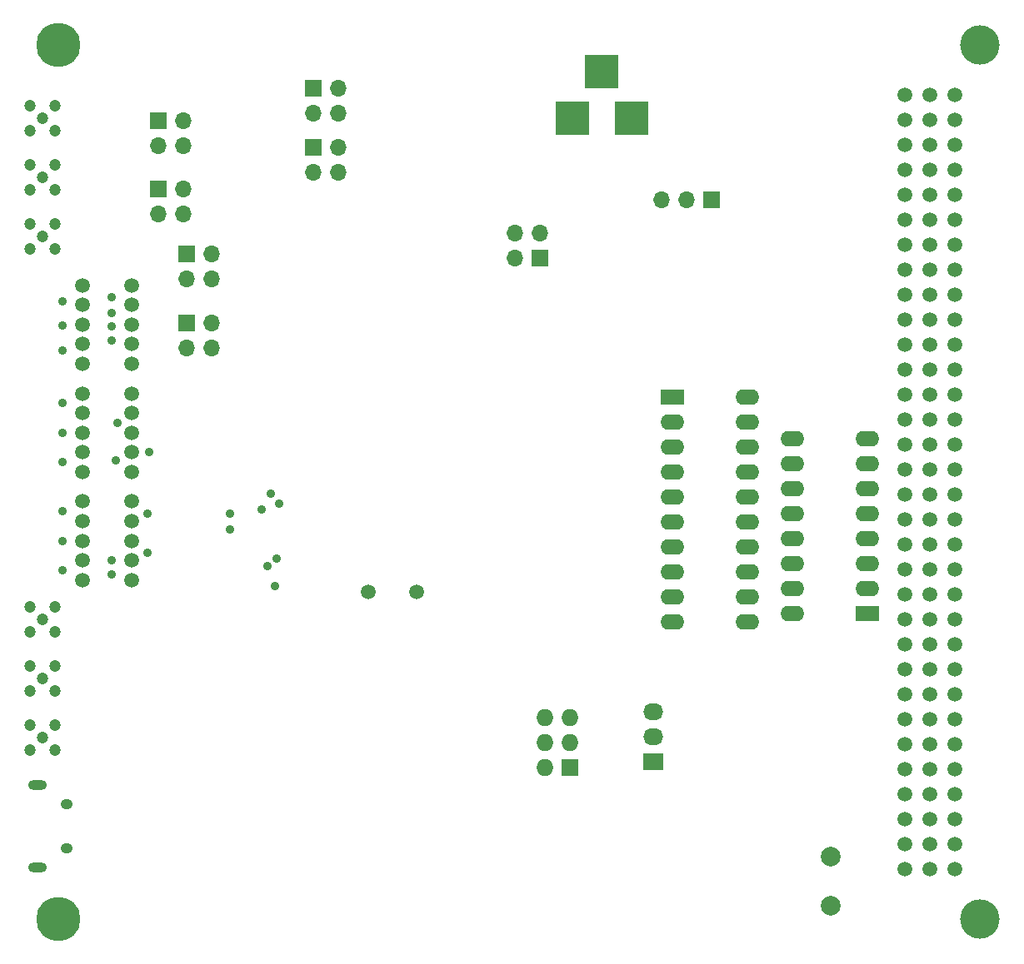
<source format=gbs>
G04 #@! TF.FileFunction,Soldermask,Bot*
%FSLAX46Y46*%
G04 Gerber Fmt 4.6, Leading zero omitted, Abs format (unit mm)*
G04 Created by KiCad (PCBNEW 4.0.4-stable) date 02/10/17 16:54:18*
%MOMM*%
%LPD*%
G01*
G04 APERTURE LIST*
%ADD10C,0.150000*%
%ADD11C,0.889000*%
%ADD12R,1.700000X1.700000*%
%ADD13O,1.700000X1.700000*%
%ADD14R,1.727200X1.727200*%
%ADD15O,1.727200X1.727200*%
%ADD16O,1.900000X1.000000*%
%ADD17O,1.250000X1.050000*%
%ADD18R,2.032000X1.727200*%
%ADD19O,2.032000X1.727200*%
%ADD20C,1.998980*%
%ADD21C,1.501140*%
%ADD22C,4.000000*%
%ADD23C,4.500000*%
%ADD24R,3.500000X3.500000*%
%ADD25C,1.500000*%
%ADD26R,2.400000X1.600000*%
%ADD27O,2.400000X1.600000*%
%ADD28C,1.200000*%
G04 APERTURE END LIST*
D10*
D11*
X169000000Y-66600000D03*
X169000000Y-69100000D03*
X169000000Y-71600000D03*
X169000000Y-77000000D03*
X169000000Y-80000000D03*
X169000000Y-83000000D03*
X169000000Y-94000000D03*
X169000000Y-91000000D03*
X169000000Y-88000000D03*
X174000000Y-94400000D03*
X174000000Y-93000000D03*
X177600000Y-92200000D03*
X177600000Y-88200000D03*
X177800000Y-82000000D03*
X174600000Y-79000000D03*
X174400000Y-82800000D03*
X174000000Y-66200000D03*
X174000000Y-67800000D03*
X174000000Y-69200000D03*
X174000000Y-70600000D03*
X190600000Y-95600000D03*
X190800000Y-92800000D03*
X189800000Y-93600000D03*
X190200000Y-86200000D03*
X191000000Y-87200000D03*
X189200000Y-87800000D03*
X186000000Y-89800000D03*
D12*
X178750000Y-55250000D03*
D13*
X181290000Y-55250000D03*
X178750000Y-57790000D03*
X181290000Y-57790000D03*
D14*
X220540000Y-114040000D03*
D15*
X218000000Y-114040000D03*
X220540000Y-111500000D03*
X218000000Y-111500000D03*
X220540000Y-108960000D03*
X218000000Y-108960000D03*
D16*
X166450000Y-115825000D03*
X166450000Y-124175000D03*
D17*
X169450000Y-117775000D03*
X169450000Y-122225000D03*
D18*
X229000000Y-113500000D03*
D19*
X229000000Y-110960000D03*
X229000000Y-108420000D03*
D20*
X247100000Y-123100640D03*
X247100000Y-128101900D03*
D21*
X259700000Y-45630000D03*
X259700000Y-48170000D03*
X259700000Y-53250000D03*
X259700000Y-50710000D03*
X259700000Y-55790000D03*
X259700000Y-58330000D03*
X259700000Y-60870000D03*
X259700000Y-63410000D03*
X259700000Y-65950000D03*
X259700000Y-68490000D03*
X259700000Y-71030000D03*
X259700000Y-73570000D03*
X259700000Y-76110000D03*
X259700000Y-78650000D03*
X259700000Y-81190000D03*
X259700000Y-83730000D03*
X259700000Y-86270000D03*
X259700000Y-88810000D03*
X259700000Y-91350000D03*
X259700000Y-93890000D03*
X259700000Y-96430000D03*
X259700000Y-98970000D03*
X259700000Y-101510000D03*
X259700000Y-104050000D03*
X259700000Y-106590000D03*
X259700000Y-109130000D03*
X259700000Y-111670000D03*
X259700000Y-114210000D03*
X259700000Y-116750000D03*
X259700000Y-119290000D03*
X259700000Y-121830000D03*
X259700000Y-124370000D03*
X257160000Y-124370000D03*
X257160000Y-121830000D03*
X257160000Y-119290000D03*
X257160000Y-116750000D03*
X257160000Y-114210000D03*
X257160000Y-111670000D03*
X257160000Y-109130000D03*
X257160000Y-106590000D03*
X257160000Y-104050000D03*
X257160000Y-101510000D03*
X257160000Y-98970000D03*
X257160000Y-96430000D03*
X257160000Y-93890000D03*
X257160000Y-91350000D03*
X257160000Y-88810000D03*
X257160000Y-86270000D03*
X257160000Y-83730000D03*
X257160000Y-81190000D03*
X257160000Y-78650000D03*
X257160000Y-76110000D03*
X257160000Y-73570000D03*
X257160000Y-71030000D03*
X257160000Y-68490000D03*
X257160000Y-65950000D03*
X257160000Y-63410000D03*
X257160000Y-60870000D03*
X257160000Y-58330000D03*
X257160000Y-55790000D03*
X257160000Y-50710000D03*
X257160000Y-53250000D03*
X257160000Y-48170000D03*
X257160000Y-45630000D03*
X254620000Y-45630000D03*
X254620000Y-48170000D03*
X254620000Y-53250000D03*
X254620000Y-50710000D03*
X254620000Y-55790000D03*
X254620000Y-58330000D03*
X254620000Y-60870000D03*
X254620000Y-63410000D03*
X254620000Y-65950000D03*
X254620000Y-68490000D03*
X254620000Y-71030000D03*
X254620000Y-73570000D03*
X254620000Y-76110000D03*
X254620000Y-78650000D03*
X254620000Y-81190000D03*
X254620000Y-83730000D03*
X254620000Y-86270000D03*
X254620000Y-88810000D03*
X254620000Y-91350000D03*
X254620000Y-93890000D03*
X254620000Y-96430000D03*
X254620000Y-98970000D03*
X254620000Y-101510000D03*
X254620000Y-104050000D03*
X254620000Y-106590000D03*
X254620000Y-109130000D03*
X254620000Y-111670000D03*
X254620000Y-114210000D03*
X254620000Y-116750000D03*
X254620000Y-119290000D03*
X254620000Y-121830000D03*
X254620000Y-124370000D03*
D22*
X262240000Y-129450000D03*
X262240000Y-40550000D03*
D23*
X168570000Y-129450000D03*
X168570000Y-40550000D03*
D24*
X220800000Y-48000000D03*
X226800000Y-48000000D03*
X223800000Y-43300000D03*
D12*
X181600000Y-61800000D03*
D13*
X184140000Y-61800000D03*
X181600000Y-64340000D03*
X184140000Y-64340000D03*
D12*
X181600000Y-68800000D03*
D13*
X184140000Y-68800000D03*
X181600000Y-71340000D03*
X184140000Y-71340000D03*
D12*
X194500000Y-45000000D03*
D13*
X197040000Y-45000000D03*
X194500000Y-47540000D03*
X197040000Y-47540000D03*
D12*
X194500000Y-51000000D03*
D13*
X197040000Y-51000000D03*
X194500000Y-53540000D03*
X197040000Y-53540000D03*
D12*
X178750000Y-48250000D03*
D13*
X181290000Y-48250000D03*
X178750000Y-50790000D03*
X181290000Y-50790000D03*
D12*
X234980000Y-56300000D03*
D13*
X232440000Y-56300000D03*
X229900000Y-56300000D03*
D25*
X176000000Y-95000000D03*
X171000000Y-95000000D03*
X176000000Y-93000000D03*
X171000000Y-93000000D03*
X176000000Y-91000000D03*
X171000000Y-91000000D03*
X176000000Y-89000000D03*
X171000000Y-89000000D03*
X176000000Y-87000000D03*
X171000000Y-87000000D03*
X176000000Y-84000000D03*
X171000000Y-84000000D03*
X176000000Y-82000000D03*
X171000000Y-82000000D03*
X176000000Y-80000000D03*
X171000000Y-80000000D03*
X176000000Y-78000000D03*
X171000000Y-78000000D03*
X176000000Y-76000000D03*
X171000000Y-76000000D03*
X176000000Y-73000000D03*
X171000000Y-73000000D03*
X176000000Y-71000000D03*
X171000000Y-71000000D03*
X176000000Y-69000000D03*
X171000000Y-69000000D03*
X176000000Y-67000000D03*
X171000000Y-67000000D03*
X176000000Y-65000000D03*
X171000000Y-65000000D03*
D26*
X231000000Y-76375000D03*
D27*
X238620000Y-99235000D03*
X231000000Y-78915000D03*
X238620000Y-96695000D03*
X231000000Y-81455000D03*
X238620000Y-94155000D03*
X231000000Y-83995000D03*
X238620000Y-91615000D03*
X231000000Y-86535000D03*
X238620000Y-89075000D03*
X231000000Y-89075000D03*
X238620000Y-86535000D03*
X231000000Y-91615000D03*
X238620000Y-83995000D03*
X231000000Y-94155000D03*
X238620000Y-81455000D03*
X231000000Y-96695000D03*
X238620000Y-78915000D03*
X231000000Y-99235000D03*
X238620000Y-76375000D03*
D26*
X250825000Y-98400000D03*
D27*
X243205000Y-80620000D03*
X250825000Y-95860000D03*
X243205000Y-83160000D03*
X250825000Y-93320000D03*
X243205000Y-85700000D03*
X250825000Y-90780000D03*
X243205000Y-88240000D03*
X250825000Y-88240000D03*
X243205000Y-90780000D03*
X250825000Y-85700000D03*
X243205000Y-93320000D03*
X250825000Y-83160000D03*
X243205000Y-95860000D03*
X250825000Y-80620000D03*
X243205000Y-98400000D03*
D25*
X204975000Y-96200000D03*
X200095000Y-96200000D03*
D12*
X217500000Y-62250000D03*
D13*
X214960000Y-62250000D03*
X217500000Y-59710000D03*
X214960000Y-59710000D03*
D28*
X165730000Y-112270000D03*
X167000000Y-111000000D03*
X165730000Y-109730000D03*
X168270000Y-112270000D03*
X168270000Y-109730000D03*
X165730000Y-106270000D03*
X167000000Y-105000000D03*
X165730000Y-103730000D03*
X168270000Y-106270000D03*
X168270000Y-103730000D03*
X165730000Y-55270000D03*
X167000000Y-54000000D03*
X165730000Y-52730000D03*
X168270000Y-55270000D03*
X168270000Y-52730000D03*
X165730000Y-49270000D03*
X167000000Y-48000000D03*
X165730000Y-46730000D03*
X168270000Y-49270000D03*
X168270000Y-46730000D03*
X165730000Y-61270000D03*
X167000000Y-60000000D03*
X165730000Y-58730000D03*
X168270000Y-61270000D03*
X168270000Y-58730000D03*
X165730000Y-100270000D03*
X167000000Y-99000000D03*
X165730000Y-97730000D03*
X168270000Y-100270000D03*
X168270000Y-97730000D03*
D11*
X186000000Y-88200000D03*
M02*

</source>
